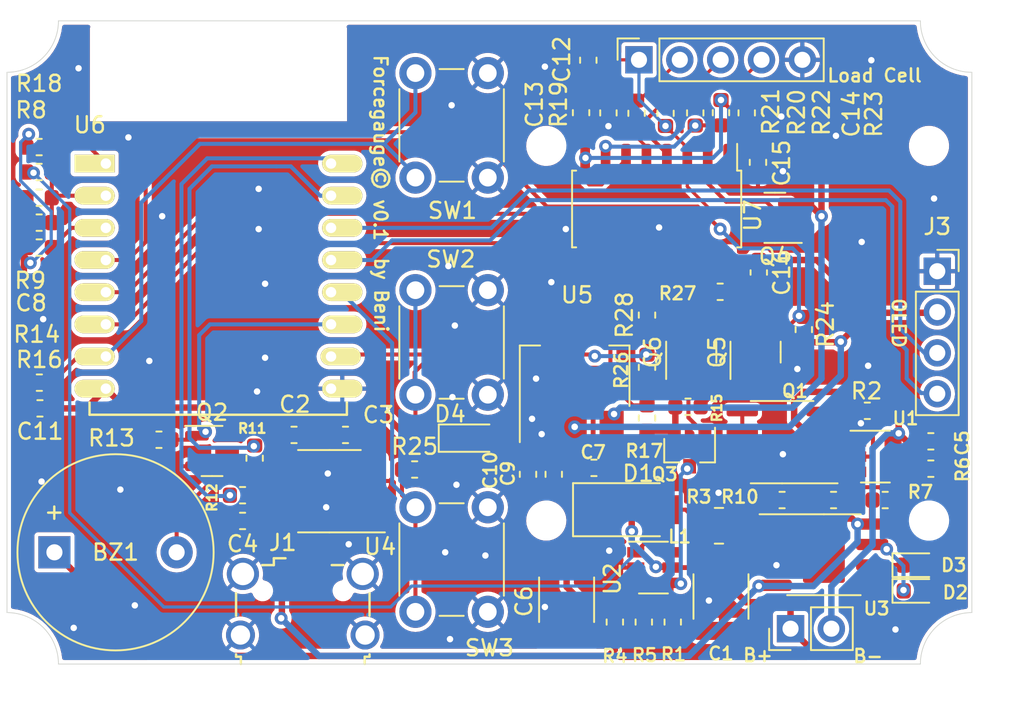
<source format=kicad_pcb>
(kicad_pcb (version 20211014) (generator pcbnew)
  (layers (0 "F.Cu" power) (31 "B.Cu" signal) (34 "B.Paste" user) (35 "F.Paste" user) (36 "B.SilkS" user "B.Silkscreen") (37 "F.SilkS" user "F.Silkscreen") (38 "B.Mask" user) (39 "F.Mask" user) (44 "Edge.Cuts" user))
  (net 0 "")
  (net 1 "Net-(BZ1-Pad2)")
  (net 2 "+5V")
  (net 3 "GND")
  (net 4 "BAT+")
  (net 5 "VBUS")
  (net 6 "Net-(C4-Pad1)")
  (net 7 "BAT-")
  (net 8 "Net-(C5-Pad1)")
  (net 9 "V_BAT")
  (net 10 "+3V3")
  (net 11 "E+")
  (net 12 "E-")
  (net 13 "Net-(C13-Pad1)")
  (net 14 "Net-(C14-Pad2)")
  (net 15 "Net-(C14-Pad1)")
  (net 16 "Net-(D1-Pad2)")
  (net 17 "Net-(D2-Pad2)")
  (net 18 "Net-(D2-Pad1)")
  (net 19 "Net-(D3-Pad2)")
  (net 20 "Net-(D3-Pad1)")
  (net 21 "Net-(D4-Pad2)")
  (net 22 "Net-(D4-Pad1)")
  (net 23 "D+")
  (net 24 "D-")
  (net 25 "SDA")
  (net 26 "SCL")
  (net 27 "A+")
  (net 28 "A-")
  (net 29 "Net-(Q1-Pad5)")
  (net 30 "Net-(Q1-Pad4)")
  (net 31 "Net-(Q1-Pad2)")
  (net 32 "BUZZER")
  (net 33 "5V_EN")
  (net 34 "BTN_2")
  (net 36 "PWR_EN")
  (net 37 "Net-(R2-Pad1)")
  (net 38 "Net-(R3-Pad1)")
  (net 39 "Net-(R4-Pad1)")
  (net 40 "RXD")
  (net 41 "Net-(R11-Pad1)")
  (net 42 "TXD")
  (net 43 "Net-(R12-Pad1)")
  (net 44 "Net-(R14-Pad2)")
  (net 45 "BTN_1")
  (net 46 "Net-(R18-Pad2)")
  (net 47 "Net-(R20-Pad2)")
  (net 48 "BTN_3")
  (net 49 "Net-(R27-Pad1)")
  (net 54 "CLK")
  (net 55 "DOUT")
  (net 56 "Net-(Q4-Pad1)")
  (footprint "Buzzer_Beeper:Buzzer_12x9.5RM7.6" (layer "F.Cu") (at 123.800001 114.299999)
    (fp_text reference "BZ1")
    (fp_text value "Buzzer")
  )
  (footprint "Capacitor_SMD:C_1812_4532Metric" (layer "F.Cu") (at 165.250001 117.049998 -90)
    (fp_text reference "C1")
    (fp_text value "22uF")
  )
  (footprint "Capacitor_SMD:C_0603_1608Metric" (layer "F.Cu") (at 138.700001 106.999999 180)
    (fp_text reference "C2")
    (fp_text value "10uF")
  )
  (footprint "Capacitor_SMD:C_0603_1608Metric" (layer "F.Cu") (at 141.900001 106.999999)
    (fp_text reference "C3")
    (fp_text value "100nF")
  )
  (footprint "Capacitor_SMD:C_0603_1608Metric" (layer "F.Cu") (at 135.500001 112.349998 180)
    (fp_text reference "C4")
    (fp_text value "100nF")
  )
  (footprint "Capacitor_SMD:C_0603_1608Metric" (layer "F.Cu") (at 178.3 107.4 180)
    (fp_text reference "C5")
    (fp_text value "100nF")
  )
  (footprint "Capacitor_SMD:C_1812_4532Metric" (layer "F.Cu") (at 155.650001 117.249998 -90)
    (fp_text reference "C6")
    (fp_text value "22uF")
  )
  (footprint "Capacitor_SMD:C_0603_1608Metric" (layer "F.Cu") (at 157.350001 109.049998 180)
    (fp_text reference "C7")
    (fp_text value "10uF")
  )
  (footprint "Capacitor_SMD:C_0603_1608Metric" (layer "F.Cu") (at 122.850001 93.799998 180)
    (fp_text reference "C8")
    (fp_text value "100nF")
  )
  (footprint "Capacitor_SMD:C_0603_1608Metric" (layer "F.Cu") (at 154.850001 109.449998 -90)
    (fp_text reference "C9")
    (fp_text value "10uF")
  )
  (footprint "Capacitor_SMD:C_0603_1608Metric" (layer "F.Cu") (at 153.250001 109.449998 -90)
    (fp_text reference "C10")
    (fp_text value "100nF")
  )
  (footprint "Capacitor_SMD:C_0603_1608Metric" (layer "F.Cu") (at 122.900001 105.349998 180)
    (fp_text reference "C11")
    (fp_text value "100nF")
  )
  (footprint "Capacitor_SMD:C_0603_1608Metric" (layer "F.Cu") (at 157.000001 83.699999 90)
    (fp_text reference "C12")
    (fp_text value "10uF")
  )
  (footprint "Capacitor_SMD:C_0603_1608Metric" (layer "F.Cu") (at 156.550001 86.962498 90)
    (fp_text reference "C13")
    (fp_text value "100nF")
  )
  (footprint "Capacitor_SMD:C_0603_1608Metric" (layer "F.Cu") (at 165.250001 86.962498 90)
    (fp_text reference "C14")
    (fp_text value "100nF")
  )
  (footprint "Capacitor_SMD:C_0603_1608Metric" (layer "F.Cu") (at 167.550001 90.049998 90)
    (fp_text reference "C15")
    (fp_text value "10uF")
  )
  (footprint "Diode_SMD:D_SMA" (layer "F.Cu") (at 159.450001 111.649998)
    (fp_text reference "D1")
    (fp_text value "SS34")
  )
  (footprint "Diode_SMD:D_0603_1608Metric" (layer "F.Cu") (at 177.4 116.7)
    (fp_text reference "D2")
    (fp_text value "LED RED")
  )
  (footprint "Diode_SMD:D_0603_1608Metric" (layer "F.Cu") (at 177.4 115.1)
    (fp_text reference "D3")
    (fp_text value "LED GREEN")
  )
  (footprint "Diode_SMD:D_SOD-323_HandSoldering" (layer "F.Cu") (at 149.6 107.2)
    (fp_text reference "D4")
    (fp_text value "1SS355")
  )
  (footprint "Connector_PinHeader_2.54mm:PinHeader_1x02_P2.54mm_Vertical" (layer "F.Cu") (at 169.575001 119.049998 90)
    (fp_text reference "J2" hide)
    (fp_text value "Battery")
  )
  (footprint "Connector_PinSocket_2.54mm:PinSocket_1x05_P2.54mm_Vertical" (layer "F.Cu") (at 160.150001 83.674999 90)
    (fp_text reference "J4" hide)
    (fp_text value "Load Cell")
  )
  (footprint "Inductor_SMD:L_1008_2520Metric" (layer "F.Cu") (at 165.125001 112.649998 180)
    (fp_text reference "L1")
    (fp_text value "22uH")
  )
  (footprint "Package_SO:SOIC-8_3.9x4.9mm_P1.27mm" (layer "F.Cu") (at 169.050001 107.449998 180)
    (fp_text reference "Q1")
    (fp_text value "FDS6892A")
  )
  (footprint "Package_TO_SOT_SMD:SOT-23" (layer "F.Cu") (at 163.300001 107.949998 -90)
    (fp_text reference "Q3")
    (fp_text value "SM2331PSA P-MOSFET")
  )
  (footprint "Resistor_SMD:R_0603_1608Metric" (layer "F.Cu") (at 162.250001 118.637498 90)
    (fp_text reference "R1")
    (fp_text value "100k")
  )
  (footprint "Resistor_SMD:R_0603_1608Metric" (layer "F.Cu") (at 174.35 105.5 180)
    (fp_text reference "R2")
    (fp_text value "2k")
  )
  (footprint "Resistor_SMD:R_0603_1608Metric" (layer "F.Cu") (at 169.050001 111.049998)
    (fp_text reference "R3")
    (fp_text value "2k")
  )
  (footprint "Resistor_SMD:R_0603_1608Metric" (layer "F.Cu") (at 158.650001 118.637498 -90)
    (fp_text reference "R4")
    (fp_text value "7.5k")
  )
  (footprint "Resistor_SMD:R_0603_1608Metric" (layer "F.Cu") (at 160.450001 118.637498 90)
    (fp_text reference "R5")
    (fp_text value "1k")
  )
  (footprint "Resistor_SMD:R_0603_1608Metric" (layer "F.Cu") (at 178.3 109.1 180)
    (fp_text reference "R6")
    (fp_text value "100")
  )
  (footprint "Resistor_SMD:R_0603_1608Metric" (layer "F.Cu") (at 175.462501 111.049998 180)
    (fp_text reference "R7")
    (fp_text value "1k")
  )
  (footprint "Resistor_SMD:R_0603_1608Metric" (layer "F.Cu") (at 122.850001 90.649998)
    (fp_text reference "R8")
    (fp_text value "390k")
  )
  (footprint "Resistor_SMD:R_0603_1608Metric" (layer "F.Cu") (at 122.850001 92.249998 180)
    (fp_text reference "R9")
    (fp_text value "100k")
  )
  (footprint "Resistor_SMD:R_0603_1608Metric" (layer "F.Cu") (at 172.250001 111.049998 180)
    (fp_text reference "R10")
    (fp_text value "1k")
  )
  (footprint "Resistor_SMD:R_0603_1608Metric" (layer "F.Cu") (at 136.250001 108.449998 90)
    (fp_text reference "R11")
    (fp_text value "470R")
  )
  (footprint "Resistor_SMD:R_0603_1608Metric" (layer "F.Cu") (at 135.500001 110.749998 180)
    (fp_text reference "R12")
    (fp_text value "470R")
  )
  (footprint "Resistor_SMD:R_0603_1608Metric" (layer "F.Cu") (at 130.300001 107.299999)
    (fp_text reference "R13")
    (fp_text value "100k")
  )
  (footprint "Resistor_SMD:R_0603_1608Metric" (layer "F.Cu") (at 122.850001 95.349998)
    (fp_text reference "R14")
    (fp_text value "10k")
  )
  (footprint "Resistor_SMD:R_0603_1608Metric" (layer "F.Cu") (at 163.200001 105.249998 180)
    (fp_text reference "R15")
    (fp_text value "100k")
  )
  (footprint "Resistor_SMD:R_0603_1608Metric" (layer "F.Cu") (at 122.862501 103.749998)
    (fp_text reference "R16")
    (fp_text value "10k")
  )
  (footprint "Resistor_SMD:R_0603_1608Metric" (layer "F.Cu") (at 160.650001 105.949998 -90)
    (fp_text reference "R17")
    (fp_text value "100k")
  )
  (footprint "Resistor_SMD:R_0603_1608Metric" (layer "F.Cu") (at 122.850001 89.099998)
    (fp_text reference "R18")
    (fp_text value "10k")
  )
  (footprint "Resistor_SMD:R_0603_1608Metric" (layer "F.Cu") (at 158.250001 86.974998 -90)
    (fp_text reference "R19")
    (fp_text value "0R")
  )
  (footprint "Resistor_SMD:R_0603_1608Metric" (layer "F.Cu") (at 161.800001 86.999999 90)
    (fp_text reference "R20")
    (fp_text value "20k")
  )
  (footprint "Resistor_SMD:R_0603_1608Metric" (layer "F.Cu") (at 160.000001 86.999999 90)
    (fp_text reference "R21")
    (fp_text value "8k2")
  )
  (footprint "Resistor_SMD:R_0603_1608Metric" (layer "F.Cu") (at 163.650001 86.974998 -90)
    (fp_text reference "R22")
    (fp_text value "1k")
  )
  (footprint "Resistor_SMD:R_0603_1608Metric" (layer "F.Cu") (at 170.4 100.449998 -90)
    (fp_text reference "R24")
    (fp_text value "100k")
  )
  (footprint "Resistor_SMD:R_0603_1608Metric" (layer "F.Cu") (at 146.200001 109.149998)
    (fp_text reference "R25")
    (fp_text value "10k")
  )
  (footprint "Resistor_SMD:R_0603_1608Metric" (layer "F.Cu") (at 160.650001 102.799998 90)
    (fp_text reference "R26")
    (fp_text value "10k")
  )
  (footprint "Resistor_SMD:R_0603_1608Metric" (layer "F.Cu") (at 165.200001 98.099999)
    (fp_text reference "R27")
    (fp_text value "0R")
  )
  (footprint "Resistor_SMD:R_0603_1608Metric" (layer "F.Cu") (at 160.650001 99.549998 -90)
    (fp_text reference "R28")
    (fp_text value "100k")
  )
  (footprint "Button_Switch_THT:SW_PUSH_6mm" (layer "F.Cu") (at 146.250001 91 90)
    (fp_text reference "SW1")
    (fp_text value "SW_Push")
  )
  (footprint "Button_Switch_THT:SW_PUSH_6mm" (layer "F.Cu") (at 146.250001 104.5 90)
    (fp_text reference "SW2")
    (fp_text value "SW_Push")
  )
  (footprint "Button_Switch_THT:SW_PUSH_6mm" (layer "F.Cu") (at 146.250001 117.999998 90)
    (fp_text reference "SW3")
    (fp_text value "SW_Push")
  )
  (footprint "Package_TO_SOT_SMD:SOT-23-6" (layer "F.Cu") (at 174.850001 108.349998)
    (fp_text reference "U1")
    (fp_text value "FS312F-G")
  )
  (footprint "Package_TO_SOT_SMD:SOT-23-6" (layer "F.Cu") (at 161.050001 115.249998)
    (fp_text reference "U2")
    (fp_text value "MT3608")
  )
  (footprint "forcegauge:SOP8-PP" (layer "F.Cu") (at 171.650001 114.449998)
    (fp_text reference "U3")
    (fp_text value "TP4056")
  )
  (footprint "Package_SO:SOIC-8_3.9x4.9mm_P1.27mm" (layer "F.Cu") (at 140.900001 110.499999 180)
    (fp_text reference "U4")
    (fp_text value "CH330N")
  )
  (footprint "Package_TO_SOT_SMD:SOT-223" (layer "F.Cu") (at 156.150001 103.349998 90)
    (fp_text reference "U5")
    (fp_text value "LM1117-3.3")
  )
  (footprint "Package_SO:SOP-16_4.55x10.3mm_P1.27mm" (layer "F.Cu") (at 161.250001 92.949998 -90)
    (fp_text reference "U7")
    (fp_text value "HX711")
  )
  (footprint "ESP8266:ESP-12" (layer "F.Cu") (at 127.000001 90.124998)
    (fp_text reference "U6")
    (fp_text value "ESP-12E")
  )
  (footprint "Connector_USB:USB_Micro-B_Wuerth_629105150521_CircularHoles" (layer "F.Cu") (at 139.245001 117.494998)
    (fp_text reference "J1")
    (fp_text value "USB_B_Micro")
  )
  (footprint "Resistor_SMD:R_0603_1608Metric" (layer "F.Cu") (at 166.850001 86.974998 -90)
    (fp_text reference "R23")
    (fp_text value "1k")
  )
  (footprint "forcegauge:MountingHole_2mm_OLED" (layer "F.Cu") (at 178.186 112.325999 180)
    (fp_text reference "H4" hide)
    (fp_text value "MountingHole")
  )
  (footprint "forcegauge:MountingHole_2mm_OLED" (layer "F.Cu") (at 178.186 89.025999)
    (fp_text reference "H1" hide)
    (fp_text value "MountingHole")
  )
  (footprint "Capacitor_SMD:C_0603_1608Metric" (layer "F.Cu") (at 167.600001 96.899999 -90)
    (fp_text reference "C16")
    (fp_text value "100nF")
  )
  (footprint "Connector_PinSocket_2.54mm:PinSocket_1x04_P2.54mm_Vertical" (layer "F.Cu") (at 178.7 96.82)
    (fp_text reference "J3")
    (fp_text value "OLDED_Screen")
  )
  (footprint "forcegauge:MountingHole_2mm_OLED" (layer "F.Cu") (at 154.386 89.025999)
    (fp_text reference "H2" hide)
    (fp_text value "MountingHole")
  )
  (footprint "forcegauge:MountingHole_2mm_OLED" (layer "F.Cu") (at 154.386 112.325999 180)
    (fp_text reference "H3" hide)
    (fp_text value "MountingHole")
  )
  (footprint "Package_TO_SOT_SMD:SOT-23" (layer "F.Cu") (at 163.4 101.85 90)
    (fp_text reference "Q6")
    (fp_text value "BSS138")
  )
  (footprint "Package_TO_SOT_SMD:SOT-23" (layer "F.Cu") (at 168.6 93.5 180)
    (fp_text reference "Q4")
    (fp_text value "S8550")
  )
  (footprint "Package_TO_SOT_SMD:SOT-23" (layer "F.Cu") (at 133.6 108)
    (fp_text reference "Q2")
    (fp_text value "BSS138")
  )
  (footprint "Package_TO_SOT_SMD:SOT-23" (layer "F.Cu") (at 167.4 101.85 90)
    (fp_text reference "Q5")
    (fp_text value "BSS138")
  )
  (gr_arc (start 120.85 118.049999) (mid 123.112742 118.987257) (end 124.05 121.249999) (layer "Edge.Cuts") (width 0.05))
  (gr_line (start 124.05 121.249999) (end 177.65 121.249999) (layer "Edge.Cuts") (width 0.05))
  (gr_line (start 177.65 81.249999) (end 124.05 81.249999) (layer "Edge.Cuts") (width 0.05))
  (gr_line (start 180.85 118.049999) (end 180.85 84.449999) (layer "Edge.Cuts") (width 0.05))
  (gr_arc (start 180.85 84.449999) (mid 178.587258 83.512741) (end 177.65 81.249999) (layer "Edge.Cuts") (width 0.05))
  (gr_line (start 120.85 84.449999) (end 120.85 118.049999) (layer "Edge.Cuts") (width 0.05))
  (gr_arc (start 124.05 81.249999) (mid 123.112742 83.512741) (end 120.85 84.449999) (layer "Edge.Cuts") (width 0.05))
  (gr_arc (start 177.65 121.249999) (mid 178.587258 118.987257) (end 180.85 118.049999) (layer "Edge.Cuts") (width 0.05))
  (gr_text "B+" (at 167.55 120.7) (layer "F.SilkS") (effects (font (size 0.8128 0.8128) (thickness 0.1524))))
  (gr_text "B-" (at 174.4 120.75) (layer "F.SilkS") (effects (font (size 0.8128 0.8128) (thickness 0.1524))))
  (gr_text "Load Cell" (at 174.8 84.65) (layer "F.SilkS") (effects (font (size 0.8128 0.8128) (thickness 0.1524))))
  (gr_text "OLED" (at 176.3 100.05 270) (layer "F.SilkS") (effects (font (size 0.8128 0.8128) (thickness 0.1524))))
  (gr_text "Forcegauge© v0.1" (at 144.075 89.15 270) (layer "F.SilkS") (effects (font (size 0.8128 0.8128) (thickness 0.1524))))
  (gr_text "by Beni" (at 144.125 98.3 270) (layer "F.SilkS") (effects (font (size 0.8128 0.8128) (thickness 0.1524))))
  (segment (start 134.700001 108.749999) (end 131.400001 112.049999) (width 0.25) (layer "F.Cu") (net 1))
  (segment (start 134.700001 108.099999) (end 134.700001 108.749999) (width 0.25) (layer "F.Cu") (net 1))
  (segment (start 131.400001 112.049999) (end 131.400001 114.299999) (width 0.25) (layer "F.Cu") (net 1))
  (segment (start 158.137501 110.962498) (end 157.450001 111.649998) (width 0.3) (layer "F.Cu") (net 2))
  (segment (start 158.450001 106.499998) (end 158.450001 108.737498) (width 0.4) (layer "F.Cu") (net 2))
  (segment (start 171.5 91.2) (end 171.5 93.4) (width 0.4) (layer "F.Cu") (net 2))
  (segment (start 158.255491 120.744509) (end 158.650001 120.349999) (width 0.4) (layer "F.Cu") (net 2))
  (segment (start 169.562498 89.262498) (end 171.5 91.2) (width 0.4) (layer "F.Cu") (net 2))
  (segment (start 167.550001 89.262498) (end 169.562498 89.262498) (width 0.4) (layer "F.Cu") (net 2))
  (segment (start 158.450001 108.737498) (end 158.137501 109.049998) (width 0.4) (layer "F.Cu") (net 2))
  (segment (start 155.650001 116.450001) (end 155.650001 115.112498) (width 0.4) (layer "F.Cu") (net 2))
  (segment (start 158.650001 119.424998) (end 158.624998 119.424998) (width 0.4) (layer "F.Cu") (net 2))
  (segment (start 123.800001 114.299999) (end 130.244511 120.744509) (width 0.4) (layer "F.Cu") (net 2))
  (segment (start 157.450001 113.312498) (end 157.450001 111.649998) (width 0.4) (layer "F.Cu") (net 2))
  (segment (start 158.650001 120.349999) (end 158.650001 119.424998) (width 0.4) (layer "F.Cu") (net 2))
  (segment (start 167.112501 89.699998) (end 167.550001 89.262498) (width 0.4) (layer "F.Cu") (net 2))
  (segment (start 158.1 110.999999) (end 158.1 109.087499) (width 0.4) (layer "F.Cu") (net 2))
  (segment (start 158.1 109.087499) (end 158.137501 109.049998) (width 0.4) (layer "F.Cu") (net 2))
  (segment (start 155.650001 115.112498) (end 157.450001 113.312498) (width 0.4) (layer "F.Cu") (net 2))
  (segment (start 169.5375 92.55) (end 170.65 92.55) (width 0.4) (layer "F.Cu") (net 2))
  (segment (start 157.450001 111.649998) (end 158.1 110.999999) (width 0.4) (layer "F.Cu") (net 2))
  (segment (start 158.624998 119.424998) (end 155.650001 116.450001) (width 0.4) (layer "F.Cu") (net 2))
  (segment (start 170.65 92.55) (end 171.5 93.4) (width 0.4) (layer "F.Cu") (net 2))
  (segment (start 130.244511 120.744509) (end 158.255491 120.744509) (width 0.4) (layer "F.Cu") (net 2))
  (segment (start 165.695001 89.699998) (end 167.112501 89.699998) (width 0.4) (layer "F.Cu") (net 2))
  (via (at 171.5 93.4) (size 0.8) (drill 0.4) (layers "F.Cu" "B.Cu") (net 2))
  (via (at 158.6 105.7) (size 0.8) (drill 0.4) (layers "F.Cu" "B.Cu") (net 2))
  (segment (start 158.6 105.7) (end 159 105.3) (width 0.4) (layer "B.Cu") (net 2))
  (segment (start 159 105.3) (end 169.7 105.3) (width 0.4) (layer "B.Cu") (net 2))
  (segment (start 171.5 93.4) (end 171.5 103.5) (width 0.4) (layer "B.Cu") (net 2))
  (segment (start 171.5 103.5) (end 169.7 105.3) (width 0.4) (layer "B.Cu") (net 2))
  (segment (start 140.545001 115.594998) (end 140.545001 117.145001) (width 0.25) (layer "F.Cu") (net 3))
  (segment (start 156.562501 109.049998) (end 156.562501 109.437499) (width 0.4) (layer "F.Cu") (net 3))
  (segment (start 142.264999 109.864999) (end 143.375001 109.864999) (width 0.25) (layer "F.Cu") (net 3))
  (segment (start 141.8 109.4) (end 142.264999 109.864999) (width 0.25) (layer "F.Cu") (net 3))
  (segment (start 155.762502 110.237498) (end 154.850001 110.237498) (width 0.4) (layer "F.Cu") (net 3))
  (segment (start 169.655002 112.544998) (end 168.650001 112.544998) (width 0.4) (layer "F.Cu") (net 3))
  (segment (start 140.545001 115.594998) (end 140.545001 114.854999) (width 0.25) (layer "F.Cu") (net 3))
  (segment (start 142.687501 106.999999) (end 141.8 107.8875) (width 0.25) (layer "F.Cu") (net 3))
  (segment (start 169.837501 112.362499) (end 169.655002 112.544998) (width 0.4) (layer "F.Cu") (net 3))
  (segment (start 140.545001 114.854999) (end 141.3 114.1) (width 0.25) (layer "F.Cu") (net 3))
  (segment (start 159.950001 115.249998) (end 158.449998 115.249998) (width 0.25) (layer "F.Cu") (net 3))
  (segment (start 141.8 107.8875) (end 141.8 109.4) (width 0.25) (layer "F.Cu") (net 3))
  (segment (start 158.449998 115.249998) (end 158.3 115.1) (width 0.25) (layer "F.Cu") (net 3))
  (segment (start 156.562501 109.437499) (end 155.762502 110.237498) (width 0.4) (layer "F.Cu") (net 3))
  (segment (start 140.545001 117.145001) (end 140.6 117.2) (width 0.25) (layer "F.Cu") (net 3))
  (segment (start 169.837501 111.049998) (end 169.837501 112.362499) (width 0.4) (layer "F.Cu") (net 3))
  (segment (start 158.3 115.1) (end 158.3 114.2) (width 0.25) (layer "F.Cu") (net 3))
  (via (at 154.1 106.95) (size 0.8) (drill 0.4) (layers "F.Cu" "B.Cu") (net 3))
  (via (at 148.1 114.3) (size 0.8) (drill 0.4) (layers "F.Cu" "B.Cu") (net 3))
  (via (at 178.5 92.3) (size 0.8) (drill 0.4) (layers "F.Cu" "B.Cu") (net 3))
  (via (at 165.1 110.6) (size 0.8) (drill 0.4) (layers "F.Cu" "B.Cu") (net 3))
  (via (at 153.5 106) (size 0.8) (drill 0.4) (layers "F.Cu" "B.Cu") (net 3))
  (via (at 169.1 108.2) (size 0.8) (drill 0.4) (layers "F.Cu" "B.Cu") (net 3))
  (via (at 174 95) (size 0.8) (drill 0.4) (layers "F.Cu" "B.Cu") (net 3))
  (via (at 154.3 84.1) (size 0.8) (drill 0.4) (layers "F.Cu" "B.Cu") (net 3))
  (via (at 128.4 88.5) (size 0.8) (drill 0.4) (layers "F.Cu" "B.Cu") (net 3))
  (via (at 176.1 119.1) (size 0.8) (drill 0.4) (layers "F.Cu" "B.Cu") (net 3))
  (via (at 174.4 102.7) (size 0.8) (drill 0.4) (layers "F.Cu" "B.Cu") (net 3))
  (via (at 158.3 114.2) (size 0.8) (drill 0.4) (layers "F.Cu" "B.Cu") (net 3))
  (via (at 148.3 96.5) (size 0.8) (drill 0.4) (layers "F.Cu" "B.Cu") (net 3))
  (via (at 142.1 113.8) (size 0.8) (drill 0.4) (layers "F.Cu" "B.Cu") (net 3))
  (via (at 136.9 97.6) (size 0.8) (drill 0.4) (layers "F.Cu" "B.Cu") (net 3))
  (via (at 158.25 87.8) (size 0.8) (drill 0.4) (layers "F.Cu" "B.Cu") (net 3))
  (via (at 136.5 94.2) (size 0.8) (drill 0.4) (layers "F.Cu" "B.Cu") (net 3))
  (via (at 174.6 83.7) (size 0.8) (drill 0.4) (layers "F.Cu" "B.Cu") (net 3))
  (via (at 130.5 93.4) (size 0.8) (drill 0.4) (layers "F.Cu" "B.Cu") (net 3))
  (via (at 148.7 100.2) (size 0.8) (drill 0.4) (layers "F.Cu" "B.Cu") (net 3))
  (via (at 123 109.9) (size 0.8) (drill 0.4) (layers "F.Cu" "B.Cu") (net 3))
  (via (at 148.55 104.65) (size 0.8) (drill 0.4) (layers "F.Cu" "B.Cu") (net 3))
  (via (at 125.3 84.2) (size 0.8) (drill 0.4) (layers "F.Cu" "B.Cu") (net 3))
  (via (at 170 102.9) (size 0.8) (drill 0.4) (layers "F.Cu" "B.Cu") (net 3))
  (via (at 140.7 111.5) (size 0.8) (drill 0.4) (layers "F.Cu" "B.Cu") (net 3))
  (via (at 164.5 117.3) (size 0.8) (drill 0.4) (layers "F.Cu" "B.Cu") (net 3))
  (via (at 123.1 99.8) (size 0.8) (drill 0.4) (layers "F.Cu" "B.Cu") (net 3))
  (via (at 125 119) (size 0.8) (drill 0.4) (layers "F.Cu" "B.Cu") (net 3))
  (via (at 161.4 94.1) (size 0.8) (drill 0.4) (layers "F.Cu" "B.Cu") (net 3))
  (via (at 136.4 104.3) (size 0.8) (drill 0.4) (layers "F.Cu" "B.Cu") (net 3))
  (via (at 136.9 102.2) (size 0.8) (drill 0.4) (layers "F.Cu" "B.Cu") (net 3))
  (via (at 129.7 102.4) (size 0.8) (drill 0.4) (layers "F.Cu" "B.Cu") (net 3))
  (via (at 173.95 106.275) (size 0.8) (drill 0.4) (layers "F.Cu" "B.Cu") (net 3))
  (via (at 148.5 86.5) (size 0.8) (drill 0.4) (layers "F.Cu" "B.Cu") (net 3))
  (via (at 168.7 115.1) (size 0.8) (drill 0.4) (layers "F.Cu" "B.Cu") (net 3))
  (via (at 172.4 88.4) (size 0.8) (drill 0.4) (layers "F.Cu" "B.Cu") (net 3))
  (via (at 154.7 97.5) (size 0.8) (drill 0.4) (layers "F.Cu" "B.Cu") (net 3))
  (via (at 169.1 90.6) (size 0.8) (drill 0.4) (layers "F.Cu" "B.Cu") (net 3))
  (via (at 169 87.2) (size 0.8) (drill 0.4) (layers "F.Cu" "B.Cu") (net 3))
  (via (at 136.5 91.7) (size 0.8) (drill 0.4) (layers "F.Cu" "B.Cu") (net 3))
  (via (at 153.75 103.5) (size 0.8) (drill 0.4) (layers "F.Cu" "B.Cu") (net 3))
  (via (at 148.8 110.1) (size 0.8) (drill 0.4) (layers "F.Cu" "B.Cu") (net 3))
  (via (at 140.8 109.4) (size 0.8) (drill 0.4) (layers "F.Cu" "B.Cu") (net 3))
  (via (at 154.3 117.7) (size 0.8) (drill 0.4) (layers "F.Cu" "B.Cu") (net 3))
  (via (at 150.6 114.5) (size 0.8) (drill 0.4) (layers "F.Cu" "B.Cu") (net 3))
  (via (at 155.6 94.2) (size 0.8) (drill 0.4) (layers "F.Cu" "B.Cu") (net 3))
  (via (at 127.9 110.4) (size 0.8) (drill 0.4) (layers "F.Cu" "B.Cu") (net 3))
  (via (at 148.4 119.7) (size 0.8) (drill 0.4) (layers "F.Cu" "B.Cu") (net 3))
  (via (at 128.8 117.6) (size 0.8) (drill 0.4) (layers "F.Cu" "B.Cu") (net 3))
  (segment (start 178.55 117.95) (end 179.7 116.8) (width 0.4) (layer "F.Cu") (net 4))
  (segment (start 171.075003 120.55) (end 173.4 120.55) (width 0.4) (layer "F.Cu") (net 4))
  (segment (start 162.150001 115.249998) (end 164.912501 115.249998) (width 0.3) (layer "F.Cu") (net 4))
  (segment (start 165.250001 114.912498) (end 164.312498 114.912498) (width 0.4) (layer "F.Cu") (net 4))
  (segment (start 122.062501 90.662501) (end 122.1 90.7) (width 0.2) (layer "F.Cu") (net 4))
  (segment (start 176.55 117.95) (end 178.55 117.95) (width 0.4) (layer "F.Cu") (net 4))
  (segment (start 159.7 107.687499) (end 159.7 113) (width 0.4) (layer "F.Cu") (net 4))
  (segment (start 162.100003 115.2) (end 162.150001 115.249998) (width 0.4) (layer "F.Cu") (net 4))
  (segment (start 162.412501 105.249998) (end 162.412501 106.887498) (width 0.4) (layer "F.Cu") (net 4))
  (segment (start 166.200001 112.649998) (end 166.200001 113.962498) (width 0.4) (layer "F.Cu") (net 4))
  (segment (start 122.062501 90.649998) (end 122.062501 90.662501) (width 0.2) (layer "F.Cu") (net 4))
  (segment (start 161.249998 115.249998) (end 161.2 115.2) (width 0.2) (layer "F.Cu") (net 4))
  (segment (start 162.137501 106.737498) (end 162.350001 106.949998) (width 0.4) (layer "F.Cu") (net 4))
  (segment (start 166.200001 113.962498) (end 165.250001 114.912498) (width 0.4) (layer "F.Cu") (net 4))
  (segment (start 173.4 120.55) (end 174.65 119.3) (width 0.4) (layer "F.Cu") (net 4))
  (segment (start 166.8 117.4) (end 169.25 117.4) (width 0.4) (layer "F.Cu") (net 4))
  (segment (start 161.2 115.2) (end 162.100003 115.2) (width 0.4) (layer "F.Cu") (net 4))
  (segment (start 174.65 118.45) (end 175.15 117.95) (width 0.4) (layer "F.Cu") (net 4))
  (segment (start 179.7 116.8) (end 179.7 109.7125) (width 0.4) (layer "F.Cu") (net 4))
  (segment (start 179.7 109.7125) (end 179.0875 109.1) (width 0.4) (layer "F.Cu") (net 4))
  (segment (start 165.250001 114.912498) (end 165.3 114.962497) (width 0.4) (layer "F.Cu") (net 4))
  (segment (start 164.312498 114.912498) (end 164.3 114.9) (width 0.4) (layer "F.Cu") (net 4))
  (segment (start 175.15 117.95) (end 175.25 117.95) (width 0.4) (layer "F.Cu") (net 4))
  (segment (start 162.412501 106.887498) (end 162.350001 106.949998) (width 0.4) (layer "F.Cu") (net 4))
  (segment (start 160.650001 106.737498) (end 162.137501 106.737498) (width 0.4) (layer "F.Cu") (net 4))
  (segment (start 174.650001 117.350001) (end 174.650001 116.354998) (width 0.4) (layer "F.Cu") (net 4))
  (segment (start 175.25 117.95) (end 174.650001 117.350001) (width 0.4) (layer "F.Cu") (net 4))
  (segment (start 169.575001 119.049998) (end 171.075003 120.55) (width 0.4) (layer "F.Cu") (net 4))
  (segment (start 169.575001 119.049998) (end 169.575001 117.725001) (width 0.4) (layer "F.Cu") (net 4))
  (segment (start 166.200001 111.900001) (end 166.200001 112.649998) (width 0.3) (layer "F.Cu") (net 4))
  (segment (start 169.575001 117.725001) (end 169.25 117.4) (width 0.4) (layer "F.Cu") (net 4))
  (segment (start 165.250001 115.850001) (end 165.250001 114.912498) (width 0.4) (layer "F.Cu") (net 4))
  (segment (start 160.650001 106.737498) (end 159.7 107.687499) (width 0.4) (layer "F.Cu") (net 4))
  (segment (start 174.65 119.3) (end 174.65 118.45) (width 0.4) (layer "F.Cu") (net 4))
  (segment (start 122.112503 90.7) (end 122.062501 90.649998) (width 0.2) (layer "F.Cu") (net 4))
  (segment (start 176.55 117.95) (end 175.25 117.95) (width 0.4) (layer "F.Cu") (net 4))
  (segment (start 122.5 90.7) (end 122.112503 90.7) (width 0.2) (layer "F.Cu") (net 4))
  (segment (start 166.8 117.4) (end 165.250001 115.850001) (width 0.4) (layer "F.Cu") (net 4))
  (via (at 161.2 115.2) (size 0.8) (drill 0.4) (layers "F.Cu" "B.Cu") (net 4))
  (via (at 122.5 90.7) (size 0.8) (drill 0.4) (layers "F.Cu" "B.Cu") (net 4))
  (via (at 159.7 113) (size 0.8) (drill 0.4) (layers "F.Cu" "B.Cu") (net 4))
  (segment (start 122.5 90.7) (end 124.750481 92.950481) (width 0.2) (layer "B.Cu") (net 4))
  (segment (start 159.7 113) (end 159.7 113.5) (width 0.4) (layer "B.Cu") (net 4))
  (segment (start 159.7 114.6) (end 159.7 113.5) (width 0.2) (layer "B.Cu") (net 4))
  (segment (start 144.712212 117.7) (end 146.012212 116.4) (width 0.2) (layer "B.Cu") (net 4))
  (segment (start 130.6 117.7) (end 144.712212 117.7) (width 0.2) (layer "B.Cu") (net 4))
  (segment (start 124.750481 92.950481) (end 124.750481 111.850481) (width 0.2) (layer "B.Cu") (net 4))
  (segment (start 124.750481 111.850481) (end 130.6 117.7) (width 0.2) (layer "B.Cu") (net 4))
  (segment (start 146.012212 116.4) (end 157.9 116.4) (width 0.2) (layer "B.Cu") (net 4))
  (segment (start 159.7 113.7) (end 161.2 115.2) (width 0.4) (layer "B.Cu") (net 4))
  (segment (start 157.9 116.4) (end 159.7 114.6) (width 0.2) (layer "B.Cu") (net 4))
  (segment (start 159.7 113.5) (end 159.7 113.7) (width 0.4) (layer "B.Cu") (net 4))
  (segment (start 139.295001 108.794999) (end 138.425001 108.794999) (width 0.25) (layer "F.Cu") (net 5))
  (segment (start 137.945001 114.62963) (end 139.800001 112.77463) (width 0.25) (layer "F.Cu") (net 5))
  (segment (start 139.500001 108.299999) (end 139.500001 107.012499) (width 0.25) (layer "F.Cu") (net 5))
  (segment (start 174.650001 112.544998) (end 173.744998 112.544998) (width 0.4) (layer "F.Cu") (net 5))
  (segment (start 138.425001 108.594999) (end 139.205001 108.594999) (width 0.25) (layer "F.Cu") (net 5))
  (segment (start 168.650001 116.354998) (end 167.645002 116.354998) (width 0.3) (layer "F.Cu") (net 5))
  (segment (start 139.800001 109.299999) (end 139.295001 108.794999) (width 0.25) (layer "F.Cu") (net 5))
  (segment (start 137.945001 115.594998) (end 137.945001 118.354999) (width 0.4) (layer "F.Cu") (net 5))
  (segment (start 173.4 112.2) (end 172.612503 112.2) (width 0.4) (layer "F.Cu") (net 5))
  (segment (start 172.612503 112.2) (end 171.462501 111.049998) (width 0.4) (layer "F.Cu") (net 5))
  (segment (start 168.650001 116.354998) (end 169.554998 116.354998) (width 0.4) (layer "F.Cu") (net 5))
  (segment (start 168.650001 116.354998) (end 168.650001 116.350001) (width 0.3) (layer "F.Cu") (net 5))
  (segment (start 168.650001 116.350001) (end 168.5 116.2) (width 0.3) (layer "F.Cu") (net 5))
  (segment (start 137.945001 118.354999) (end 137.9 118.4) (width 0.4) (layer "F.Cu") (net 5))
  (segment (start 137.945001 115.594998) (end 137.945001 114.62963) (width 0.25) (layer "F.Cu") (net 5))
  (segment (start 139.500001 107.012499) (end 139.487501 106.999999) (width 0.25) (layer "F.Cu") (net 5))
  (segment (start 139.800001 112.77463) (end 139.800001 109.299999) (width 0.25) (layer "F.Cu") (net 5))
  (segment (start 167.645002 116.354998) (end 167.6 116.4) (width 0.3) (layer "F.Cu") (net 5))
  (segment (start 173.744998 112.544998) (end 173.4 112.2) (width 0.4) (layer "F.Cu") (net 5))
  (segment (start 139.487501 106.999999) (end 141.112501 106.999999) (width 0.25) (layer "F.Cu") (net 5))
  (segment (start 174.650001 112.544998) (end 174.650001 111.074998) (width 0.4) (layer "F.Cu") (net 5))
  (segment (start 139.205001 108.594999) (end 139.500001 108.299999) (width 0.25) (layer "F.Cu") (net 5))
  (segment (start 174.650001 111.074998) (end 174.675001 111.049998) (width 0.4) (layer "F.Cu") (net 5))
  (via (at 173.744998 112.544998) (size 0.8) (drill 0.4) (layers "F.Cu" "B.Cu") (net 5))
  (via (at 137.9 118.4) (size 0.8) (drill 0.4) (layers "F.Cu" "B.Cu") (net 5))
  (via (at 167.6 116.4) (size 0.8) (drill 0.4) (layers "F.Cu" "B.Cu") (net 5))
  (segment (start 167.6 116.4) (end 171 116.4) (width 0.4) (layer "B.Cu") (net 5))
  (segment (start 140.244509 120.744509) (end 137.9 118.4) (width 0.4) (layer "B.Cu") (net 5))
  (segment (start 173.744998 113.655002) (end 173.744998 112.544998) (width 0.4) (layer "B.Cu") (net 5))
  (segment (start 171 116.4) (end 173.744998 113.655002) (width 0.4) (layer "B.Cu") (net 5))
  (segment (start 167.6 116.4) (end 163.255491 120.744509) (width 0.4) (layer "B.Cu") (net 5))
  (segment (start 163.255491 120.744509) (end 140.244509 120.744509) (width 0.4) (layer "B.Cu") (net 5))
  (segment (start 136.287501 112.349998) (end 138.37 112.349998) (width 0.25) (layer "F.Cu") (net 6))
  (segment (start 138.37 112.349998) (end 138.425001 112.404999) (width 0.25) (layer "F.Cu") (net 6))
  (segment (start 169.8 104.9) (end 170.375 104.325) (width 0.4) (layer "F.Cu") (net 7))
  (segment (start 175.950001 107.399998) (end 175.950001 107.249999) (width 0.4) (layer "F.Cu") (net 7))
  (segment (start 169.8 106.1) (end 169.8 104.9) (width 0.4) (layer "F.Cu") (net 7))
  (segment (start 175.950001 107.249999) (end 176.3 106.9) (width 0.4) (layer "F.Cu") (net 7))
  (segment (start 171.525001 106.814998) (end 170.514998 106.814998) (width 0.4) (layer "F.Cu") (net 7))
  (segment (start 176.05 104.325) (end 176.3 104.575) (width 0.4) (layer "F.Cu") (net 7))
  (segment (start 170.375 104.325) (end 176.05 104.325) (width 0.4) (layer "F.Cu") (net 7))
  (segment (start 170.514998 106.814998) (end 169.8 106.1) (width 0.4) (layer "F.Cu") (net 7))
  (segment (start 177.5125 107.4) (end 176.8 107.4) (width 0.4) (layer "F.Cu") (net 7))
  (segment (start 176.8 107.4) (end 176.3 106.9) (width 0.4) (layer "F.Cu") (net 7))
  (segment (start 176.3 104.575) (end 176.3 106.9) (width 0.4) (layer "F.Cu") (net 7))
  (via (at 176.3 106.9) (size 0.8) (drill 0.4) (layers "F.Cu" "B.Cu") (net 7))
  (segment (start 172.115001 116.410718) (end 174.675 113.850719) (width 0.4) (layer "B.Cu") (net 7))
  (segment (start 174.675 107.85) (end 175.625 106.9) (width 0.4) (layer "B.Cu") (net 7))
  (segment (start 175.625 106.9) (end 176.3 106.9) (width 0.4) (layer "B.Cu") (net 7))
  (segment (start 172.115001 119.049998) (end 172.115001 116.410718) (width 0.4) (layer "B.Cu") (net 7))
  (segment (start 174.675 113.850719) (end 174.675 107.85) (width 0.4) (layer "B.Cu") (net 7))
  (segment (start 179.0875 107.4) (end 179.0875 107.525) (width 0.25) (layer "F.Cu") (net 8))
  (segment (start 179.0875 107.525) (end 177.5125 109.1) (width 0.25) (layer "F.Cu") (net 8))
  (segment (start 175.950001 108.349998) (end 176.762498 108.349998) (width 0.25) (layer "F.Cu") (net 8))
  (segment (start 176.762498 108.349998) (end 177.5125 109.1) (width 0.25) (layer "F.Cu") (net 8))
  (segment (start 123.762501 92.124998) (end 123.637501 92.249998) (width 0.25) (layer "F.Cu") (net 9))
  (segment (start 123.637501 93.799998) (end 123.637501 92.249998) (width 0.25) (layer "F.Cu") (net 9))
  (segment (start 127.000001 92.124998) (end 123.762501 92.124998) (width 0.25) (layer "F.Cu") (net 9))
  (segment (start 123.637501 90.649998) (end 123.637501 92.249998) (width 0.25) (layer "F.Cu") (net 9))
  (segment (start 165.987501 96.492498) (end 165.695001 96.199998) (width 0.4) (layer "F.Cu") (net 10))
  (segment (start 122.062501 88.437499) (end 122.2 88.3) (width 0.4) (layer "F.Cu") (net 10))
  (segment (start 122.062501 89.099998) (end 122.062501 88.437499) (width 0.4) (layer "F.Cu") (net 10))
  (segment (start 123.687501 105.349998) (end 123.675001 105.349998) (width 0.4) (layer "F.Cu") (net 10))
  (segment (start 121.9 95.9) (end 121.9 103.574997) (width 0.4) (layer "F.Cu") (net 10))
  (segment (start 165.987501 98.099999) (end 165.987501 96.492498) (width 0.4) (layer "F.Cu") (net 10))
  (segment (start 165.695001 96.199998) (end 167.525002 96.199998) (width 0.4) (layer "F.Cu") (net 10))
  (segment (start 121.9 95.1) (end 121.9 95.9) (width 0.4) (layer "F.Cu") (net 10))
  (segment (start 122.062501 95.349998) (end 122.062501 95.262501) (width 0.4) (layer "F.Cu") (net 10))
  (segment (start 121.9 95.9) (end 122.3 96.3) (width 0.4) (layer "F.Cu") (net 10))
  (segment (start 121.9 103.574997) (end 122.075001 103.749998) (width 0.4) (layer "F.Cu") (net 10))
  (segment (start 154.850001 108.662498) (end 153.250001 108.662498) (width 0.4) (layer "F.Cu") (net 10))
  (segment (start 128.175003 105.3) (end 143.9 105.3) (width 0.4) (layer "F.Cu") (net 10))
  (segment (start 178.686 99.405999) (end 174.494001 99.405999) (width 0.4) (layer "F.Cu") (net 10))
  (segment (start 123.675001 105.349998) (end 122.075001 103.749998) (width 0.4) (layer "F.Cu") (net 10))
  (segment (start 143.9 105.3) (end 146.987501 108.387501) (width 0.4) (layer "F.Cu") (net 10))
  (segment (start 167.525002 96.199998) (end 167.600001 96.124999) (width 0.4) (layer "F.Cu") (net 10))
  (segment (start 156.150001 106.499998) (end 156.150001 107.362498) (width 0.4) (layer "F.Cu") (net 10))
  (segment (start 125.775001 105.349998) (end 127.000001 104.124998) (width 0.4) (layer "F.Cu") (net 10))
  (segment (start 153.250001 108.662498) (end 147.475001 108.662498) (width 0.4) (layer "F.Cu") (net 10))
  (segment (start 146.987501 108.387501) (end 146.987501 109.149998) (width 0.4) (layer "F.Cu") (net 10))
  (segment (start 167.600001 96.124999) (end 171.213001 96.124999) (width 0.4) (layer "F.Cu") (net 10))
  (segment (start 147.475001 108.662498) (end 146.987501 109.149998) (width 0.4) (layer "F.Cu") (net 10))
  (segment (start 172.662502 101.237498) (end 172.7 101.2) (width 0.4) (layer "F.Cu") (net 10))
  (segment (start 156.150001 107.362498) (end 154.850001 108.662498) (width 0.4) (layer "F.Cu") (net 10))
  (segment (start 123.687501 105.349998) (end 125.775001 105.349998) (width 0.4) (layer "F.Cu") (net 10))
  (segment (start 174.494001 99.405999) (end 172.662502 101.237498) (width 0.4) (layer "F.Cu") (net 10))
  (segment (start 170.4 101.237498) (end 172.662502 101.237498) (width 0.4) (layer "F.Cu") (net 10))
  (segment (start 127.000001 104.124998) (end 128.175003 105.3) (width 0.4) (layer "F.Cu") (net 10))
  (segment (start 171.213001 96.124999) (end 174.494001 99.405999) (width 0.4) (layer "F.Cu") (net 10))
  (segment (start 122.062501 95.262501) (end 121.9 95.1) (width 0.4) (layer "F.Cu") (net 10))
  (via (at 172.7 101.2) (size 0.8) (drill 0.4) (layers "F.Cu" "B.Cu") (net 10))
  (via (at 156.150001 106.499998) (size 0.8) (drill 0.4) (layers "F.Cu" "B.Cu") (net 10))
  (via (at 122.2 88.3) (size 0.8) (drill 0.4) (layers "F.Cu" "B.Cu") (net 10))
  (via (at 122.3 96.3) (size 0.8) (drill 0.4) (layers "F.Cu" "B.Cu") (net 10))
  (via (at 156.150001 106.499998) (size 0.8) (drill 0.4) (layers "F.Cu" "B.Cu") (net 10))
  (segment (start 121.7 91.2) (end 123.6 93.1) (width 0.2) (layer "B.Cu") (net 10))
  (segment (start 156.150001 106.499998) (end 169.500002 106.499998) (width 0.4) (layer "B.Cu") (net 10))
  (segment (start 123.6 93.1) (end 123.6 95.1) (width 0.2) (layer "B.Cu") (net 10))
  (segment (start 123.6 95.1) (end 122.4 96.3) (width 0.2) (layer "B.Cu") (net 10))
  (segment (start 122.4 96.3) (end 122.3 96.3) (width 0.2) (layer "B.Cu") (net 10))
  (segment (start 121.7 88.8) (end 121.7 91.2) (width 0.2) (layer "B.Cu") (net 10))
  (segment (start 169.500002 106.499998) (end 172.7 103.3) (width 0.4) (layer "B.Cu") (net 10))
  (segment (start 122.3 88.4) (end 122.2 88.3) (width 0.4) (layer "B.Cu") (net 10))
  (segment (start 122.2 88.3) (end 121.7 88.8) (width 0.2) (layer "B.Cu") (net 10))
  (segment (start 156.150001 106.499998) (end 156.150001 106.749998) (width 0.4) (layer "B.Cu") (net 10))
  (segment (start 172.7 103.3) (end 172.7 101.2) (width 0.4) (layer "B.Cu") (net 10))
  (segment (start 163.155001 91.554999) (end 163.155001 89.699998) (width 0.2) (layer "F.Cu") (net 11))
  (segment (start 157.000001 82.912499) (end 157.762501 83.674999) (width 0.2) (layer "F.Cu") (net 11))
  (segment (start 163.155001 89.142499) (end 161.800001 87.787499) (width 0.2) (layer "F.Cu") (net 11))
  (segment (start 160.125001 83.674999) (end 159.800001 83.999999) (width 0.2) (layer "F.Cu") (net 11))
  (segment (start 165.05 93.449998) (end 163.155001 91.554999) (width 0.2) (layer "F.Cu") (net 11))
  (segment (start 167.550001 93.449998) (end 165.05 93.449998) (width 0.2) (layer "F.Cu") (net 11))
  (segment (start 160.150001 83.674999) (end 160.125001 83.674999) (width 0.2) (layer "F.Cu") (net 11))
  (segment (start 163.155001 89.699998) (end 163.155001 89.142499) (width 0.2) (layer "F.Cu") (net 11))
  (segment (start 157.762501 83.674999) (end 160.150001 83.674999) (width 0.2) (layer "F.Cu") (net 11))
  (via (at 161.800001 87.787499) (size 0.8) (drill 0.4) (layers "F.Cu" "B.Cu") (net 11))
  (segment (start 160.150001 86.149999) (end 161.787501 87.787499) (width 0.2) (layer "B.Cu") (net 11))
  (segment (start 160.150001 83.674999) (end 160.150001 86.149999) (width 0.2) (layer "B.Cu") (net 11))
  (segment (start 161.787501 87.787499) (end 161.800001 87.787499) (width 0.2) (layer "B.Cu") (net 11))
  (segment (start 159.554557 88.549999) (end 160.075001 88.549999) (width 0.2) (layer "F.Cu") (net 12))
  (segment (start 159.975 86.187498) (end 160.000001 86.212499) (width 0.2) (layer "F.Cu") (net 12))
  (segment (start 159.225481 86.987019) (end 159.225481 88.220923) (width 0.2) (layer "F.Cu") (net 12))
  (segment (start 160.615001 89.639999) (end 160.550001 89.574999) (width 0.2) (layer "F.Cu") (net 12))
  (segment (start 160.615001 89.699998) (end 160.615001 89.639999) (width 0.2) (layer "F.Cu") (net 12))
  (segment (start 160.000001 86.212499) (end 159.225481 86.987019) (width 0.2) (layer "F.Cu") (net 12))
  (segment (start 160.615001 89.089999) (end 160.615001 89.699998) (width 0.2) (layer "F.Cu") (net 12))
  (segment (start 160.152501 86.212499) (end 160.000001 86.212499) (width 0.2) (layer "F.Cu") (net 12))
  (segment (start 162.690001 83.674999) (end 160.152501 86.212499) (width 0.2) (layer "F.Cu") (net 12))
  (segment (start 157.000001 85.724998) (end 156.550001 86.174998) (width 0.2) (layer "F.Cu") (net 12))
  (segment (start 156.550001 86.174998) (end 158.237501 86.174998) (width 0.2) (layer "F.Cu") (net 12))
  (segment (start 160.075001 88.549999) (end 160.615001 89.089999) (width 0.2) (layer "F.Cu") (net 12))
  (segment (start 158.250001 86.187498) (end 159.975 86.187498) (width 0.2) (layer "F.Cu") (net 12))
  (segment (start 158.237501 86.174998) (end 158.250001 86.187498) (width 0.2) (layer "F.Cu") (net 12))
  (segment (start 159.225481 88.220923) (end 159.554557 88.549999) (width 0.2) (layer "F.Cu") (net 12))
  (segment (start 160.774521 89.540478) (end 160.615001 89.699998) (width 0.2) (layer "F.Cu") (net 12))
  (segment (start 157.000001 84.487499) (end 157.000001 85.724998) (width 0.2) (layer "F.Cu") (net 12))
  (segment (start 156.000001 88.299998) (end 156.550001 87.749998) (width 0.25) (layer "F.Cu") (net 13))
  (segment (start 156.000001 90.36607) (end 156.000001 88.299998) (width 0.25) (layer "F.Cu") (net 13))
  (segment (start 159.345001 89.90107) (end 157.821072 91.424999) (width 0.25) (layer "F.Cu") (net 13))
  (segment (start 157.05893 91.424999) (end 156.000001 90.36607) (width 0.25) (layer "F.Cu") (net 13))
  (segment (start 157.821072 91.424999) (end 157.05893 91.424999) (width 0.25) (layer "F.Cu") (net 13))
  (segment (start 159.345001 89.699998) (end 159.345001 89.90107) (width 0.25) (layer "F.Cu") (net 13))
  (segment (start 165.262501 86.174998) (end 166.850001 87.762498) (width 0.25) (layer "F.Cu") (net 14))
  (segment (start 165.250001 86.174998) (end 165.262501 86.174998) (width 0.25) (layer "F.Cu") (net 14))
  (segment (start 156.805001 89.699998) (end 156.7 89.699998) (width 0.25) (layer "F.Cu") (net 14))
  (via (at 156.825001 89.774999) (size 0.8) (drill 0.4) (layers "F.Cu" "B.Cu") (net 14))
  (via (at 165.250001 86.174998) (size 0.8) (drill 0.4) (layers "F.Cu" "B.Cu") (net 14))
  (segment (start 156.825001 89.774999) (end 164.750001 89.774999) (width 0.25) (layer "B.Cu") (net 14))
  (segment (start 164.750001 89.774999) (end 165.250001 89.274999) (width 0.25) (layer "B.Cu") (net 14))
  (segment (start 165.250001 89.274999) (end 165.250001 86.174998) (width 0.25) (layer "B.Cu") (net 14))
  (segment (start 163.662501 87.749998) (end 163.650001 87.762498) (width 0.25) (layer "F.Cu") (net 15))
  (segment (start 165.250001 87.749998) (end 163.662501 87.749998) (width 0.25) (layer "F.Cu") (net 15))
  (via (at 163.650001 87.762498) (size 0.8) (drill 0.4) (layers "F.Cu" "B.Cu") (net 15))
  (via (at 158.075001 89.050499) (size 0.8) (drill 0.4) (layers "F.Cu" "B.Cu") (net 15))
  (segment (start 162.3375 89.074999) (end 158.099501 89.074999) (width 0.25) (layer "B.Cu") (net 15))
  (segment (start 163.650001 87.762498) (end 162.3375 89.074999) (width 0.25) (layer "B.Cu") (net 15))
  (segment (start 158.099501 89.074999) (end 158.075001 89.050499) (width 0.25) (layer "B.Cu") (net 15))
  (segment (start 161.450001 112.799998) (end 159.950001 114.299998) (width 0.25) (layer "F.Cu") (net 16))
  (segment (start 161.450001 111.649998) (end 161.450001 112.799998) (width 0.25) (layer "F.Cu") (net 16))
  (segment (start 161.450001 111.649998) (end 163.050001 111.649998) (width 0.25) (layer "F.Cu") (net 16))
  (segment (start 163.050001 111.649998) (end 164.050001 112.649998) (width 0.25) (layer "F.Cu") (net 16))
  (segment (start 178.95 114.25) (end 178.45 113.75) (width 0.25) (layer "F.Cu") (net 17))
  (segment (start 178.1875 116.7) (end 178.95 115.9375) (width 0.25) (layer "F.Cu") (net 17))
  (segment (start 177.6 113.75) (end 176.75 112.9) (width 0.25) (layer "F.Cu") (net 17))
  (segment (start 176.75 111.549997) (end 176.250001 111.049998) (width 0.25) (layer "F.Cu") (net 17))
  (segment (start 176.75 112.9) (end 176.75 111.549997) (width 0.25) (layer "F.Cu") (net 17))
  (segment (start 178.45 113.75) (end 177.6 113.75) (width 0.25) (layer "F.Cu") (net 17))
  (segment (start 178.95 115.9375) (end 178.95 114.25) (width 0.25) (layer "F.Cu") (net 17))
  (segment (start 174.650001 113.814998) (end 175.264998 113.814998) (width 0.25) (layer "F.Cu") (net 18))
  (segment (start 174.650001 113.814998) (end 174.213574 113.814998) (width 0.25) (layer "F.Cu") (net 18))
  (segment (start 176.6125 116.6625) (end 176.6 116.65) (width 0.25) (layer "F.Cu") (net 18))
  (segment (start 175.264998 113.814998) (end 175.553192 114.103192) (width 0.25) (layer "F.Cu") (net 18))
  (segment (start 176.6125 116.7) (end 176.6125 116.6625) (width 0.25) (layer "F.Cu") (net 18))
  (via (at 176.6 116.65) (size 0.8) (drill 0.4) (layers "F.Cu" "B.Cu") (net 18))
  (via (at 175.553192 114.103192) (size 0.8) (drill 0.4) (layers "F.Cu" "B.Cu") (net 18))
  (segment (start 176.6 115.15) (end 176.6 116.65) (width 0.25) (layer "B.Cu") (net 18))
  (segment (start 175.553192 114.103192) (end 176.6 115.15) (width 0.25) (layer "B.Cu") (net 18))
  (segment (start 175.118302 110.25) (end 175.487981 110.619679) (width 0.25) (layer "F.Cu") (net 19))
  (segment (start 175.75 111.9) (end 176.1 111.9) (width 0.25) (layer "F.Cu") (net 19))
  (segment (start 177.4 114.2) (end 178.1875 114.9875) (width 0.25) (layer "F.Cu") (net 19))
  (segment (start 173.037501 111.049998) (end 173.050002 111.049998) (width 0.25) (layer "F.Cu") (net 19))
  (segment (start 176.1 111.9) (end 176.25 112.05) (width 0.25) (layer "F.Cu") (net 19))
  (segment (start 176.25 112.05) (end 176.25 113.8) (width 0.25) (layer "F.Cu") (net 19))
  (segment (start 173.85 110.25) (end 175.118302 110.25) (width 0.25) (layer "F.Cu") (net 19))
  (segment (start 176.65 114.2) (end 177.4 114.2) (width 0.25) (layer "F.Cu") (net 19))
  (segment (start 176.25 113.8) (end 176.65 114.2) (width 0.25) (layer "F.Cu") (net 19))
  (segment (start 178.1875 114.9875) (end 178.1875 115.1) (width 0.25) (layer "F.Cu") (net 19))
  (segment (start 175.487981 110.619679) (end 175.487981 111.637981) (width 0.25) (layer "F.Cu") (net 19))
  (segment (start 173.050002 111.049998) (end 173.85 110.25) (width 0.25) (layer "F.Cu") (net 19))
  (segment (start 175.487981 111.637981) (end 175.75 111.9) (width 0.25) (layer "F.Cu") (net 19))
  (segment (start 176.597498 115.084998) (end 176.6125 115.1) (width 0.25) (layer "F.Cu") (net 20))
  (segment (start 174.650001 115.084998) (end 176.597498 115.084998) (width 0.25) (layer "F.Cu") (net 20))
  (segment (start 159.762498 105.162498) (end 160.650001 105.162498) (width 0.25) (layer "F.Cu") (net 21))
  (segment (start 163.00144 104.450478) (end 163.225481 104.674519) (width 0.25) (layer "F.Cu") (net 21))
  (segment (start 163.4 100.9125) (end 163.4 104.5) (width 0.25) (layer "F.Cu") (net 21))
  (segment (start 159.2 104.6) (end 159.762498 105.162498) (width 0.25) (layer "F.Cu") (net 21))
  (segment (start 153.1 104.6) (end 159.2 104.6) (width 0.25) (layer "F.Cu") (net 21))
  (segment (start 163.225481 105.925478) (end 164.250001 106.949998) (width 0.25) (layer "F.Cu") (net 21))
  (segment (start 161.362021 104.450478) (end 163.00144 104.450478) (width 0.25) (layer "F.Cu") (net 21))
  (segment (start 161.362021 104.450478) (end 160.650001 105.162498) (width 0.25) (layer "F.Cu") (net 21))
  (segment (start 150.85 107.2) (end 151.9 107.2) (width 0.25) (layer "F.Cu") (net 21))
  (segment (start 151.9 107.2) (end 152.6 106.5) (width 0.25) (layer "F.Cu") (net 21))
  (segment (start 152.6 105.1) (end 153.1 104.6) (width 0.25) (layer "F.Cu") (net 21))
  (segment (start 152.6 106.5) (end 152.6 105.1) (width 0.25) (layer "F.Cu") (net 21))
  (segment (start 163.4 104.5) (end 163.225481 104.674519) (width 0.25) (layer "F.Cu") (net 21))
  (segment (start 163.225481 104.674519) (end 163.225481 105.925478) (width 0.25) (layer "F.Cu") (net 21))
  (segment (start 166.45 103.574614) (end 165.587115 104.437499) (width 0.25) (layer "F.Cu") (net 22))
  (segment (start 158.374512 102.625488) (end 158.374512 101.3) (width 0.25) (layer "F.Cu") (net 22))
  (segment (start 160.099034 99.575478) (end 164.925478 99.575478) (width 0.25) (layer "F.Cu") (net 22))
  (segment (start 158.175489 102.824511) (end 158.374512 102.625488) (width 0.25) (layer "F.Cu") (net 22))
  (segment (start 146.8 102.5) (end 155.85 102.5) (width 0.25) (layer "F.Cu") (net 22))
  (segment (start 164.925478 99.575478) (end 166.45 101.1) (width 0.25) (layer "F.Cu") (net 22))
  (segment (start 146.2 104.449999) (end 146.2 103.1) (width 0.25) (layer "F.Cu") (net 22))
  (segment (start 164.8 104.437499) (end 163.987501 105.249998) (width 0.25) (layer "F.Cu") (net 22))
  (segment (start 146.250001 104.5) (end 146.2 104.449999) (width 0.25) (layer "F.Cu") (net 22))
  (segment (start 146.8 107.2) (end 146.250001 106.650001) (width 0.25) (layer "F.Cu") (net 22))
  (segment (start 166.45 101.1) (end 166.45 102.7875) (width 0.25) (layer "F.Cu") (net 22))
  (segment (start 165.587115 104.437499) (end 164.8 104.437499) (width 0.25) (layer "F.Cu") (net 22))
  (segment (start 146.2 103.1) (end 146.8 102.5) (width 0.25) (layer "F.Cu") (net 22))
  (segment (start 158.374512 101.3) (end 160.099034 99.575478) (width 0.25) (layer "F.Cu") (net 22))
  (segment (start 155.85 102.5) (end 156.174511 102.824511) (width 0.25) (layer "F.Cu") (net 22))
  (segment (start 156.174511 102.824511) (end 158.175489 102.824511) (width 0.25) (layer "F.Cu") (net 22))
  (segment (start 166.45 102.7875) (end 166.45 103.574614) (width 0.25) (layer "F.Cu") (net 22))
  (segment (start 148.35 107.2) (end 146.8 107.2) (width 0.25) (layer "F.Cu") (net 22))
  (segment (start 146.250001 106.650001) (end 146.250001 104.5) (width 0.25) (layer "F.Cu") (net 22))
  (segment (start 146.250001 104.5) (end 146.250001 98) (width 0.25) (layer "B.Cu") (net 22))
  (segment (start 139.245001 115.594998) (end 139.245001 114.494998) (width 0.2) (layer "F.Cu") (net 23))
  (segment (start 139.245001 114.494998) (end 139.94 113.799999) (width 0.2) (layer "F.Cu") (net 23))
  (segment (start 139.94 113.799999) (end 140.565007 113.799999) (width 0.2) (layer "F.Cu") (net 23))
  (segment (start 140.565007 113.799999) (end 141.960007 112.404999) (width 0.2) (layer "F.Cu") (net 23))
  (segment (start 141.960007 112.404999) (end 143.375001 112.404999) (width 0.2) (layer "F.Cu") (net 23))
  (segment (start 143.375001 111.134999) (end 142.665001 111.134999) (width 0.2) (layer "F.Cu") (net 24))
  (segment (start 142.665001 111.134999) (end 140.399521 113.400479) (width 0.2) (layer "F.Cu") (net 24))
  (segment (start 139.774514 113.400479) (end 138.595001 114.579992) (width 0.2) (layer "F.Cu") (net 24))
  (segment (start 140.399521 113.400479) (end 139.774514 113.400479) (width 0.2) (layer "F.Cu") (net 24))
  (segment (start 138.595001 114.579992) (end 138.595001 115.594998) (width 0.2) (layer "F.Cu") (net 24))
  (segment (start 176.8 101.721009) (end 176.8 103.5) (width 0.25) (layer "B.Cu") (net 25))
  (segment (start 143.575002 96.124998) (end 144.8 94.9) (width 0.25) (layer "B.Cu") (net 25))
  (segment (start 175.5 92.4) (end 175.9 92.8) (width 0.25) (layer "B.Cu") (net 25))
  (segment (start 175.9 92.8) (end 175.9 100.821009) (width 0.25) (layer "B.Cu") (net 25))
  (segment (start 141.000001 96.124998) (end 143.575002 96.124998) (width 0.25) (layer "B.Cu") (net 25))
  (segment (start 153.4 92.4) (end 175.5 92.4) (width 0.25) (layer "B.Cu") (net 25))
  (segment (start 176.8 103.5) (end 177.7 104.4) (width 0.25) (layer "B.Cu") (net 25))
  (segment (start 150.9 94.9) (end 153.4 92.4) (width 0.25) (layer "B.Cu") (net 25))
  (segment (start 177.7 104.4) (end 178.6 104.4) (width 0.25) (layer "B.Cu") (net 25))
  (segment (start 144.8 94.9) (end 150.9 94.9) (width 0.25) (layer "B.Cu") (net 25))
  (segment (start 175.9 100.821009) (end 176.8 101.721009) (width 0.25) (layer "B.Cu") (net 25))
  (segment (start 175.7 91.8) (end 153.3 91.8) (width 0.25) (layer "B.Cu") (net 26))
  (segment (start 178.686 101.945999) (end 177.945999 101.945999) (width 0.25) (layer "B.Cu") (net 26))
  (segment (start 176.4 92.5) (end 175.7 91.8) (width 0.25) (layer "B.Cu") (net 26))
  (segment (start 150.975002 94.124998) (end 141.000001 94.124998) (width 0.25) (layer "B.Cu") (net 26))
  (segment (start 176.4 100.4) (end 176.4 92.5) (width 0.25) (layer "B.Cu") (net 26))
  (segment (start 153.3 91.8) (end 150.975002 94.124998) (width 0.25) (layer "B.Cu") (net 26))
  (segment (start 177.945999 101.945999) (end 176.4 100.4) (width 0.25) (layer "B.Cu") (net 26))
  (segment (start 166.850001 84.594999) (end 166.850001 86.187498) (width 0.2) (layer "F.Cu") (net 27))
  (segment (start 167.770001 83.674999) (end 166.850001 84.594999) (width 0.2) (layer "F.Cu") (net 27))
  (segment (start 165.230001 83.674999) (end 163.650001 85.254999) (width 0.2) (layer "F.Cu") (net 28))
  (segment (start 163.650001 85.254999) (end 163.650001 86.187498) (width 0.2) (layer "F.Cu") (net 28))
  (segment (start 166.575001 105.544998) (end 166.575001 106.814998) (width 0.25) (layer "F.Cu") (net 29))
  (segment (start 166.575001 108.084998) (end 166.575001 109.354998) (width 0.25) (layer "F.Cu") (net 29))
  (segment (start 166.575001 106.814998) (end 166.575001 108.084998) (width 0.25) (layer "F.Cu") (net 29))
  (segment (start 172.044998 105.544998) (end 173.750001 107.250001) (width 0.25) (layer "F.Cu") (net 30))
  (segment (start 171.525001 105.544998) (end 172.044998 105.544998) (width 0.25) (layer "F.Cu") (net 30))
  (segment (start 173.750001 107.250001) (end 173.750001 107.399998) (width 0.25) (layer "F.Cu") (net 30))
  (segment (start 173.195979 109.299998) (end 173.750001 109.299998) (width 0.25) (layer "F.Cu") (net 31))
  (segment (start 171.980979 108.084998) (end 173.195979 109.299998) (width 0.25) (layer "F.Cu") (net 31))
  (segment (start 171.525001 108.084998) (end 171.980979 108.084998) (width 0.25) (layer "F.Cu") (net 31))
  (segment (start 131.087501 107.299999) (end 132.550001 107.299999) (width 0.25) (layer "F.Cu") (net 32))
  (segment (start 133.2 106.8) (end 133.05 106.8) (width 0.25) (layer "F.Cu") (net 32))
  (segment (start 133.05 106.8) (end 132.700001 107.149999) (width 0.25) (layer "F.Cu") (net 32))
  (segment (start 132.7 107) (end 132.700001 107.149999) (width 0.25) (layer "F.Cu") (net 32))
  (segment (start 132.550001 107.299999) (end 132.700001 107.149999) (width 0.25) (layer "F.Cu") (net 32))
  (via (at 133.2 106.8) (size 0.8) (drill 0.4) (layers "F.Cu" "B.Cu") (net 32))
  (segment (start 132.8 106.6) (end 133 106.8) (width 0.25) (layer "B.Cu") (net 32))
  (segment (start 132.8 100.8) (end 132.8 106.6) (width 0.25) (layer "B.Cu") (net 32))
  (segment (start 133 106.8) (end 133.2 106.8) (width 0.25) (layer "B.Cu") (net 32))
  (segment (start 141.000001 100.124998) (end 133.475002 100.124998) (width 0.25) (layer "B.Cu") (net 32))
  (segment (start 133.475002 100.124998) (end 132.8 100.8) (width 0.25) (layer "B.Cu") (net 32))
  (segment (start 163.300001 108.949998) (end 163.300001 108.949999) (width 0.25) (layer "F.Cu") (net 33))
  (segment (start 162.150001 116.199998) (end 162.699998 116.199998) (width 0.25) (layer "F.Cu") (net 33))
  (segment (start 162.150001 116.199998) (end 162.150001 117.749998) (width 0.3) (layer "F.Cu") (net 33))
  (segment (start 162.699998 116.199998) (end 162.75 116.25) (width 0.25) (layer "F.Cu") (net 33))
  (segment (start 162.150001 117.749998) (end 162.250001 117.849998) (width 0.3) (layer "F.Cu") (net 33))
  (segment (start 163.300001 108.949999) (end 163.15 109.1) (width 0.25) (layer "F.Cu") (net 33))
  (via (at 163.15 109.1) (size 0.8) (drill 0.4) (layers "F.Cu" "B.Cu") (net 33))
  (via (at 162.75 116.25) (size 0.8) (drill 0.4) (layers "F.Cu" "B.Cu") (net 33))
  (segment (start 163.15 109.1) (end 163.2 109.1) (width 0.25) (layer "B.Cu") (net 33))
  (segment (start 163.2 109.1) (end 163.25 109.05) (width 0.25) (layer "B.Cu") (net 33))
  (segment (start 162.75 116.25) (end 162.75 109.5) (width 0.25) (layer "B.Cu") (net 33))
  (segment (start 162.75 109.5) (end 163.15 109.1) (width 0.25) (layer "B.Cu") (net 33))
  (segment (start 167.4 100.9125) (end 168.7875 100.9125) (width 0.25) (layer "F.Cu") (net 34))
  (segment (start 129.475001 94.999999) (end 129.475001 89.274999) (width 0.25) (layer "F.Cu") (net 34))
  (segment (start 169.967501 99.744998) (end 170.050001 99.662498) (width 0.25) (layer "F.Cu") (net 34))
  (segment (start 149.798143 88.174999) (end 154.424102 92.800958) (width 0.25) (layer "F.Cu") (net 34))
  (segment (start 130.575001 88.174999) (end 149.798143 88.174999) (width 0.25) (layer "F.Cu") (net 34))
  (segment (start 129.475001 89.274999) (end 130.575001 88.174999) (width 0.25) (layer "F.Cu") (net 34))
  (segment (start 128.350002 96.124998) (end 129.475001 94.999999) (width 0.25) (layer "F.Cu") (net 34))
  (segment (start 127.000001 96.124998) (end 128.350002 96.124998) (width 0.25) (layer "F.Cu") (net 34))
  (segment (start 168.7875 100.9125) (end 170.1 99.6) (width 0.25) (layer "F.Cu") (net 34))
  (segment (start 165.19964 94.2) (end 165.2 94.2) (width 0.25) (layer "F.Cu") (net 34))
  (segment (start 163.800598 92.800958) (end 165.19964 94.2) (width 0.25) (layer "F.Cu") (net 34))
  (segment (start 154.424102 92.800958) (end 163.800598 92.800958) (width 0.25) (layer "F.Cu") (net 34))
  (via (at 170.1 99.6) (size 0.8) (drill 0.4) (layers "F.Cu" "B.Cu") (net 34))
  (via (at 165.2 94.2) (size 0.8) (drill 0.4) (layers "F.Cu" "B.Cu") (net 34))
  (segment (start 169.7 95.4) (end 170.1 95.8) (width 0.25) (layer "B.Cu") (net 34))
  (segment (start 166.4 95.4) (end 169.7 95.4) (width 0.25) (layer "B.Cu") (net 34))
  (segment (start 170.1 95.8) (end 170.1 99.6) (width 0.25) (layer "B.Cu") (net 34))
  (segment (start 165.2 94.2) (end 166.4 95.4) (width 0.25) (layer "B.Cu") (net 34))
  (segment (start 157.4 102) (end 141.124999 102) (width 0.25) (layer "F.Cu") (net 36))
  (segment (start 141.124999 102) (end 141.000001 102.124998) (width 0.25) (layer "F.Cu") (net 36))
  (segment (start 160.650001 100.337498) (end 160.650001 102.012498) (width 0.25) (layer "F.Cu") (net 36))
  (segment (start 160.537501 102.124998) (end 160.650001 102.012498) (width 0.25) (layer "F.Cu") (net 36))
  (segment (start 160.650001 102.012498) (end 161.674998 102.012498) (width 0.25) (layer "F.Cu") (net 36))
  (segment (start 157.4 102.1) (end 157.4 102) (width 0.25) (layer "F.Cu") (net 36))
  (segment (start 161.674998 102.012498) (end 162.45 102.7875) (width 0.25) (layer "F.Cu") (net 36))
  (via (at 157.4 102.1) (size 0.8) (drill 0.4) (layers "F.Cu" "B.Cu") (net 36))
  (via (at 160.6 102) (size 0.8) (drill 0.4) (layers "F.Cu" "B.Cu") (net 36))
  (segment (start 157.4 102.1) (end 160.5 102.1) (width 0.25) (layer "B.Cu") (net 36))
  (segment (start 160.5 102.1) (end 160.6 102) (width 0.25) (layer "B.Cu") (net 36))
  (segment (start 174.7 105.9375) (end 175.1375 105.5) (width 0.25) (layer "F.Cu") (net 37))
  (segment (start 173.750001 108.349998) (end 174.530001 108.349998) (width 0.25) (layer "F.Cu") (net 37))
  (segment (start 174.530001 108.349998) (end 174.7 108.179999) (width 0.25) (layer "F.Cu") (net 37))
  (segment (start 174.7 108.179999) (end 174.7 105.9375) (width 0.25) (layer "F.Cu") (net 37))
  (segment (start 168.262501 111.049998) (end 167.25 112.062499) (width 0.25) (layer "F.Cu") (net 38))
  (segment (start 167.864998 113.814998) (end 168.650001 113.814998) (width 0.25) (layer "F.Cu") (net 38))
  (segment (start 167.25 113.2) (end 167.864998 113.814998) (width 0.25) (layer "F.Cu") (net 38))
  (segment (start 167.25 112.062499) (end 167.25 113.2) (width 0.25) (layer "F.Cu") (net 38))
  (segment (start 160.450001 116.699998) (end 159.950001 116.199998) (width 0.25) (layer "F.Cu") (net 39))
  (segment (start 160.450001 117.849998) (end 160.450001 116.699998) (width 0.25) (layer "F.Cu") (net 39))
  (segment (start 158.650001 117.849998) (end 160.450001 117.849998) (width 0.25) (layer "F.Cu") (net 39))
  (via (at 136.2 107.7) (size 0.8) (drill 0.4) (layers "F.Cu" "B.Cu") (net 40))
  (segment (start 132.2 107.2) (end 132.2 91.7) (width 0.25) (layer "B.Cu") (net 40))
  (segment (start 133.6 90.3) (end 137.6 90.3) (width 0.25) (layer "B.Cu") (net 40))
  (segment (start 140.324998 92.124998) (end 138.5 90.3) (width 0.25) (layer "B.Cu") (net 40))
  (segment (start 132.8 107.8) (end 132.2 107.2) (width 0.25) (layer "B.Cu") (net 40))
  (segment (start 136.1 107.8) (end 132.8 107.8) (width 0.25) (layer "B.Cu") (net 40))
  (segment (start 138.5 90.3) (end 137.6 90.3) (width 0.25) (layer "B.Cu") (net 40))
  (segment (start 141.000001 92.124998) (end 140.324998 92.124998) (width 0.25) (layer "B.Cu") (net 40))
  (segment (start 136.2 107.7) (end 136.1 107.8) (width 0.25) (layer "B.Cu") (net 40))
  (segment (start 132.2 91.7) (end 133.6 90.3) (width 0.25) (layer "B.Cu") (net 40))
  (segment (start 136.877502 109.864999) (end 136.250001 109.237498) (width 0.25) (layer "F.Cu") (net 41))
  (segment (start 138.425001 109.864999) (end 136.877502 109.864999) (width 0.25) (layer "F.Cu") (net 41))
  (via (at 134.712501 110.749998) (size 0.8) (drill 0.4) (layers "F.Cu" "B.Cu") (net 42))
  (segment (start 133.3 89.8) (end 140.675003 89.8) (width 0.25) (layer "B.Cu") (net 42))
  (segment (start 133.3 110.8) (end 131.7 109.2) (width 0.25) (layer "B.Cu") (net 42))
  (segment (start 131.7 109.2) (end 131.7 91.4) (width 0.25) (layer "B.Cu") (net 42))
  (segment (start 140.675003 89.8) (end 141.000001 90.124998) (width 0.25) (layer "B.Cu") (net 42))
  (segment (start 134.662499 110.8) (end 133.3 110.8) (width 0.25) (layer "B.Cu") (net 42))
  (segment (start 131.7 91.4) (end 133.3 89.8) (width 0.25) (layer "B.Cu") (net 42))
  (segment (start 134.712501 110.749998) (end 134.662499 110.8) (width 0.25) (layer "B.Cu") (net 42))
  (segment (start 138.425001 111.134999) (end 136.672502 111.134999) (width 0.25) (layer "F.Cu") (net 43))
  (segment (start 136.672502 111.134999) (end 136.287501 110.749998) (width 0.25) (layer "F.Cu") (net 43))
  (segment (start 124.862501 94.124998) (end 127.000001 94.124998) (width 0.25) (layer "F.Cu") (net 44))
  (segment (start 123.637501 95.349998) (end 124.862501 94.124998) (width 0.25) (layer "F.Cu") (net 44))
  (segment (start 127.000001 102.124998) (end 125.275001 102.124998) (width 0.25) (layer "F.Cu") (net 45))
  (segment (start 125.275001 102.124998) (end 123.650001 103.749998) (width 0.25) (layer "F.Cu") (net 45))
  (segment (start 127.000001 102.124998) (end 129.200001 99.924998) (width 0.25) (layer "B.Cu") (net 45))
  (segment (start 129.200001 99.924998) (end 129.200001 92.549999) (width 0.25) (layer "B.Cu") (net 45))
  (segment (start 144.3 88.9) (end 146.2 90.8) (width 0.25) (layer "B.Cu") (net 45))
  (segment (start 129.200001 92.549999) (end 132.85 88.9) (width 0.25) (layer "B.Cu") (net 45))
  (segment (start 146.2 90.8) (end 146.2 91.1) (width 0.25) (layer "B.Cu") (net 45))
  (segment (start 144.3 88.9) (end 146.250001 86.949999) (width 0.25) (layer "B.Cu") (net 45))
  (segment (start 146.250001 86.949999) (end 146.250001 84.5) (width 0.25) (layer "B.Cu") (net 45))
  (segment (start 132.85 88.9) (end 144.3 88.9) (width 0.25) (layer "B.Cu") (net 45))
  (segment (start 125.975001 89.099998) (end 127.000001 90.124998) (width 0.25) (layer "F.Cu") (net 46))
  (segment (start 123.637501 89.099998) (end 125.975001 89.099998) (width 0.25) (layer "F.Cu") (net 46))
  (segment (start 161.885001 89.498926) (end 161.885001 89.699998) (width 0.25) (layer "F.Cu") (net 47))
  (segment (start 160.000001 87.787499) (end 159.962501 87.787499) (width 0.25) (layer "F.Cu") (net 47))
  (segment (start 160.225001 87.787499) (end 161.800001 86.212499) (width 0.25) (layer "F.Cu") (net 47))
  (segment (start 159.925001 87.674999) (end 159.990481 87.740479) (width 0.25) (layer "F.Cu") (net 47))
  (segment (start 161.885001 89.90107) (end 161.885001 89.699998) (width 0.25) (layer "F.Cu") (net 47))
  (segment (start 160.000001 87.787499) (end 160.173574 87.787499) (width 0.25) (layer "F.Cu") (net 47))
  (segment (start 159.962501 87.787499) (end 159.850001 87.674999) (width 0.25) (layer "F.Cu") (net 47))
  (segment (start 159.850001 87.674999) (end 159.925001 87.674999) (width 0.25) (layer "F.Cu") (net 47))
  (segment (start 160.173574 87.787499) (end 161.885001 89.498926) (width 0.25) (layer "F.Cu") (net 47))
  (segment (start 160.000001 87.787499) (end 160.225001 87.787499) (width 0.25) (layer "F.Cu") (net 47))
  (segment (start 145.412501 109.149998) (end 145.412501 110.737499) (width 0.25) (layer "F.Cu") (net 48))
  (segment (start 146.250001 117.999998) (end 146.250001 111.499998) (width 0.25) (layer "F.Cu") (net 48))
  (segment (start 145.412501 110.737499) (end 146.275001 111.599999) (width 0.25) (layer "F.Cu") (net 48))
  (segment (start 144.800001 101.28824) (end 144.800001 110.049998) (width 0.25) (layer "B.Cu") (net 48))
  (segment (start 144.800001 110.049998) (end 146.250001 111.499998) (width 0.25) (layer "B.Cu") (net 48))
  (segment (start 141.636759 98.124998) (end 144.800001 101.28824) (width 0.25) (layer "B.Cu") (net 48))
  (segment (start 141.000001 98.124998) (end 141.636759 98.124998) (width 0.25) (layer "B.Cu") (net 48))
  (segment (start 164.425001 96.199998) (end 164.425001 98.087499) (width 0.25) (layer "F.Cu") (net 49))
  (segment (start 164.425001 98.087499) (end 164.412501 98.099999) (width 0.25) (layer "F.Cu") (net 49))
  (segment (start 159.345001 96.199998) (end 159.345001 95.998926) (width 0.25) (layer "F.Cu") (net 54))
  (segment (start 158.421074 95.074999) (end 133.275001 95.074999) (width 0.25) (layer "F.Cu") (net 54))
  (segment (start 159.345001 95.998926) (end 158.421074 95.074999) (width 0.25) (layer "F.Cu") (net 54))
  (segment (start 133.275001 95.074999) (end 128.225002 100.124998) (width 0.25) (layer "F.Cu") (net 54))
  (segment (start 128.225002 100.124998) (end 127.000001 100.124998) (width 0.25) (layer "F.Cu") (net 54))
  (segment (start 160.615001 95.998926) (end 157.866553 93.250478) (width 0.25) (layer "F.Cu") (net 55))
  (segment (start 160.615001 96.199998) (end 160.615001 95.998926) (width 0.25) (layer "F.Cu") (net 55))
  (segment (start 133.224522 93.250478) (end 128.350002 98.124998) (width 0.25) (layer "F.Cu") (net 55))
  (segment (start 128.350002 98.124998) (end 127.000001 98.124998) (width 0.25) (layer "F.Cu") (net 55))
  (segment (start 157.866553 93.250478) (end 133.224522 93.250478) (width 0.25) (layer "F.Cu") (net 55))
  (segment (start 164.425001 89.699998) (end 164.425001 91.349999) (width 0.25) (layer "F.Cu") (net 56))
  (segment (start 168.07107 92.499998) (end 169.5375 93.966428) (width 0.25) (layer "F.Cu") (net 56))
  (segment (start 164.425001 91.349999) (end 165.575 92.499998) (width 0.25) (layer "F.Cu") (net 56))
  (segment (start 169.5375 93.966428) (end 169.5375 94.45) (width 0.25) (layer "F.Cu") (net 56))
  (segment (start 165.575 92.499998) (end 168.07107 92.499998) (width 0.25) (layer "F.Cu") (net 56))
  (zone (net 0) (net_name "") (layers F&B.Cu) (connect_pads (clearance 0)) (min_thickness 0.254)
    (keepout (tracks not_allowed) (vias not_allowed) (pads not_allowed) (copperpour not_allowed) (footprints allowed))
    (fill (thermal_gap 0.508) (thermal_bridge_width 0.508))
    (polygon (pts (xy 142 87.5) (xy 126 87.5) (xy 126 81.7) (xy 142 81.7)))
  )
  (zone (net 3) (net_name "GND") (layers F&B.Cu) (connect_pads (clearance 0.25)) (min_thickness 0.254) (fill yes (thermal_gap 0.254) (thermal_bridge_width 0.254))
    (polygon (pts (xy 180.85 121.25) (xy 120.85 121.25) (xy 120.85 81.25) (xy 180.85 81.25)))
  )
)
</source>
